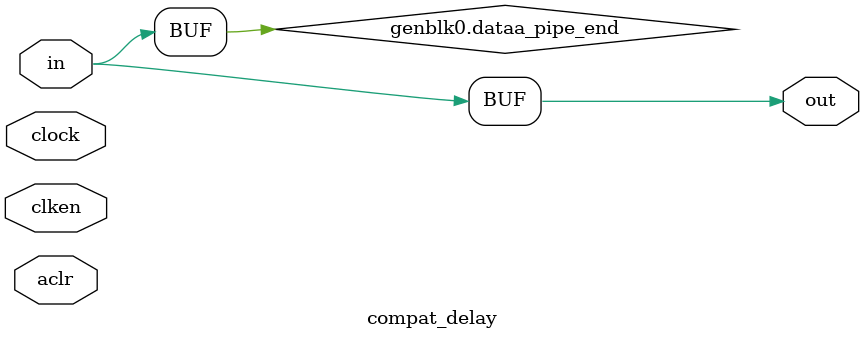
<source format=sv>
module compat_delay
    #(
        parameter WIDTH=1,
        parameter PIPELINE=0
    )
    (
        input clock, aclr, clken,

        input [WIDTH-1:0] in,
        output [WIDTH-1:0] out
    );

    generate
        begin

            wire [WIDTH-1:0] dataa_pipe_end;
            if (PIPELINE == 0) begin
                assign dataa_pipe_end = in;
            end else begin
                reg [WIDTH-1:0] dataa_pipe [0:PIPELINE-1];

                genvar pipe_stage;
                for (pipe_stage = 0; pipe_stage < PIPELINE-1; pipe_stage = pipe_stage+1) begin : pipe_stages
                    always @(posedge clock or posedge aclr) begin
                        if (aclr) begin
                            dataa_pipe[pipe_stage+1] <= 0;
                        end
                        else if (clken) begin
                            dataa_pipe[pipe_stage+1] <= dataa_pipe[pipe_stage];
                        end
                    end
                end

                always @(posedge clock or posedge aclr) begin
                    if (aclr) begin
                        dataa_pipe[0] <= 0;
                    end
                    else if (clken) begin
                        dataa_pipe[0] <= in;
                    end
                end

                assign dataa_pipe_end = dataa_pipe[PIPELINE-1];
            end

            /* * * * * * * * * * * * * * * * * * * * * * */
            /*  Do the actual fallback computation here  */
            /* * * * * * * * * * * * * * * * * * * * * * */

            assign out = dataa_pipe_end;

        end
    endgenerate

endmodule: compat_delay
</source>
